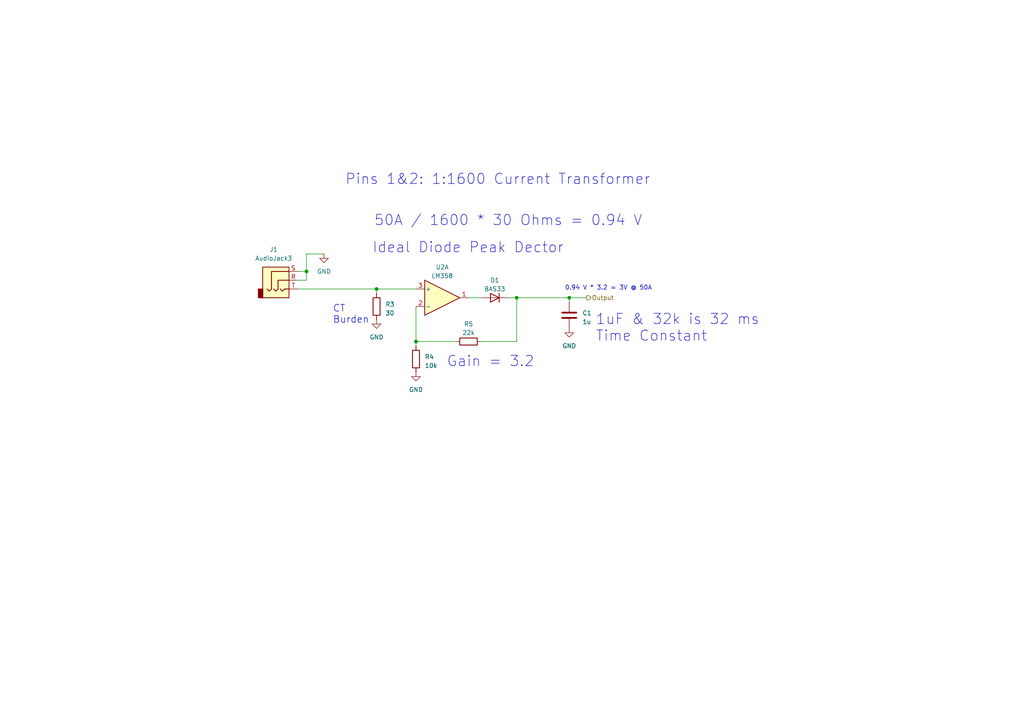
<source format=kicad_sch>
(kicad_sch (version 20250114) (generator "eeschema") (generator_version "9.0")
  (paper "A4")
  (lib_symbols
    (symbol "Amplifier_Operational:LM358" (pin_names (offset 0.127))
      (property "Reference" "U" (at 0 5.08 0))
      (property "Value" "LM358" (at 0 -5.08 0))
      (symbol "LM358_1_1"
        (polyline (pts (xy -5.08 5.08) (xy 5.08 0) (xy -5.08 -5.08) (xy -5.08 5.08)) (stroke (width 0.254)) (fill (type background)))
        (pin input line (at -7.62 2.54 0) (length 2.54) (name "+") (number "3"))
        (pin input line (at -7.62 -2.54 0) (length 2.54) (name "-") (number "2"))
        (pin output line (at 7.62 0 180) (length 2.54) (name "~") (number "1"))
      )
      (symbol "LM358_2_1"
        (polyline (pts (xy -5.08 5.08) (xy 5.08 0) (xy -5.08 -5.08) (xy -5.08 5.08)) (stroke (width 0.254)) (fill (type background)))
        (pin input line (at -7.62 2.54 0) (length 2.54) (name "+") (number "5"))
        (pin input line (at -7.62 -2.54 0) (length 2.54) (name "-") (number "6"))
        (pin output line (at 7.62 0 180) (length 2.54) (name "~") (number "7"))
      )
      (symbol "LM358_3_1"
        (pin power_in line (at -2.54 7.62 270) (length 3.81) (name "V+") (number "8"))
        (pin power_in line (at -2.54 -7.62 90) (length 3.81) (name "V-") (number "4"))
      )
    )
    (symbol "Connector_Audio:AudioJack3"
      (property "Reference" "J" (at 0 8.89 0))
      (property "Value" "AudioJack3" (at 0 6.35 0))
      (symbol "AudioJack3_0_1"
        (rectangle (start -5.08 -5.08) (end -6.35 -2.54) (stroke (width 0.254)) (fill (type outline)))
        (polyline (pts (xy -1.905 -2.54) (xy -1.27 -3.175) (xy -0.635 -2.54) (xy -0.635 0) (xy 2.54 0)) (stroke (width 0.254)))
        (polyline (pts (xy 0 -2.54) (xy 0.635 -3.175) (xy 1.27 -2.54) (xy 2.54 -2.54)) (stroke (width 0.254)))
        (rectangle (start 2.54 3.81) (end -5.08 -5.08) (stroke (width 0.254)) (fill (type background)))
        (polyline (pts (xy 2.54 2.54) (xy -2.54 2.54) (xy -2.54 -2.54) (xy -3.175 -3.175) (xy -3.81 -2.54)) (stroke (width 0.254)))
      )
      (symbol "AudioJack3_1_1"
        (pin passive line (at 5.08 2.54 180) (length 2.54) (name "~") (number "S"))
        (pin passive line (at 5.08 0 180) (length 2.54) (name "~") (number "R"))
        (pin passive line (at 5.08 -2.54 180) (length 2.54) (name "~") (number "T"))
      )
    )
    (symbol "Device:C" (pin_numbers (hide yes)) (pin_names (offset 0.254))
      (property "Reference" "C" (at 0.635 2.54 0))
      (property "Value" "C" (at 0.635 -2.54 0))
      (symbol "C_0_1"
        (polyline (pts (xy -2.032 0.762) (xy 2.032 0.762)) (stroke (width 0.508)))
        (polyline (pts (xy -2.032 -0.762) (xy 2.032 -0.762)) (stroke (width 0.508)))
      )
      (symbol "C_1_1"
        (pin passive line (at 0 3.81 270) (length 2.794) (name "~") (number "1"))
        (pin passive line (at 0 -3.81 90) (length 2.794) (name "~") (number "2"))
      )
    )
    (symbol "Device:R" (pin_numbers (hide yes)) (pin_names (offset 0))
      (property "Reference" "R" (at 2.032 0 90))
      (property "Value" "R" (at 0 0 90))
      (symbol "R_0_1"
        (rectangle (start -1.016 -2.54) (end 1.016 2.54) (stroke (width 0.254)))
      )
      (symbol "R_1_1"
        (pin passive line (at 0 3.81 270) (length 1.27) (name "~") (number "1"))
        (pin passive line (at 0 -3.81 90) (length 1.27) (name "~") (number "2"))
      )
    )
    (symbol "Diode:BAV17" (pin_numbers (hide yes)) (pin_names (hide yes))
      (property "Reference" "D" (at 0 2.54 0))
      (property "Value" "BAV17" (at 0 -2.54 0))
      (symbol "BAV17_0_1"
        (polyline (pts (xy -1.27 1.27) (xy -1.27 -1.27)) (stroke (width 0.254)))
        (polyline (pts (xy 1.27 1.27) (xy 1.27 -1.27) (xy -1.27 0) (xy 1.27 1.27)) (stroke (width 0.254)))
        (polyline (pts (xy 1.27 0) (xy -1.27 0)))
      )
      (symbol "BAV17_1_1"
        (pin passive line (at -3.81 0 0) (length 2.54) (name "K") (number "1"))
        (pin passive line (at 3.81 0 180) (length 2.54) (name "A") (number "2"))
      )
    )
    (symbol "GND_1" (power) (pin_numbers (hide yes)) (pin_names (offset 0) (hide yes))
      (property "Value" "GND" (at 0 -3.81 0))
      (symbol "GND_1_0_1"
        (polyline (pts (xy 0 0) (xy 0 -1.27) (xy 1.27 -1.27) (xy 0 -2.54) (xy -1.27 -1.27) (xy 0 -1.27)))
      )
      (symbol "GND_1_1_1"
        (pin power_in line (at 0 0 270) (length 0) (name "~") (number "1"))
      )
    )
    (symbol "power:GND" (power) (pin_names (offset 0))
      (property "Value" "GND" (at 0 -3.81 0))
      (symbol "GND_0_1"
        (polyline (pts (xy 0 0) (xy 0 -1.27) (xy 1.27 -1.27) (xy 0 -2.54) (xy -1.27 -1.27) (xy 0 -1.27)))
      )
      (symbol "GND_1_1"
        (pin power_in line (at 0 0 270) (length 0) (hide yes) (name "GND") (number "1"))
      )
    )
  )
  (text "0.94 V * 3.2 = 3V @ 50A\n\n" (at 163.83 86.36 0) (effects (font (size 1.27 1.27)) (justify left bottom)))
  (text "Gain = 3.2" (at 129.54 106.68 0) (effects (font (size 3 3)) (justify left bottom)))
  (text "Ideal Diode Peak Dector\n" (at 107.95 73.66 0) (effects (font (size 3 3)) (justify left bottom)))
  (text "CT\nBurden" (at 96.52 93.98 0) (effects (font (size 2 2)) (justify left bottom)))
  (text "1uF & 32k is 32 ms\nTime Constant\n\n" (at 172.72 104.14 0) (effects (font (size 3 3)) (justify left bottom)))
  (text "50A / 1600 * 30 Ohms = 0.94 V\n" (at 108.458 65.786 0) (effects (font (size 3 3)) (justify left bottom)))
  (text "Pins 1&2: 1:1600 Current Transformer" (at 100.076 53.848 0) (effects (font (size 3 3)) (justify left bottom)))
  (junction (at 165.1 86.36))
  (junction (at 120.65 99.06))
  (junction (at 88.9 78.74))
  (junction (at 109.22 83.82))
  (junction (at 149.86 86.36))
  (wire (pts (xy 147.32 86.36) (xy 149.86 86.36)))
  (wire (pts (xy 149.86 86.36) (xy 165.1 86.36)))
  (wire (pts (xy 88.9 78.74) (xy 86.36 78.74)))
  (wire (pts (xy 93.98 73.66) (xy 88.9 73.66)))
  (wire (pts (xy 165.1 86.36) (xy 165.1 87.63)))
  (wire (pts (xy 139.7 99.06) (xy 149.86 99.06)))
  (wire (pts (xy 120.65 99.06) (xy 120.65 100.33)))
  (wire (pts (xy 165.1 86.36) (xy 170.18 86.36)))
  (wire (pts (xy 109.22 83.82) (xy 109.22 85.09)))
  (wire (pts (xy 135.89 86.36) (xy 139.7 86.36)))
  (wire (pts (xy 109.22 83.82) (xy 120.65 83.82)))
  (wire (pts (xy 86.36 83.82) (xy 109.22 83.82)))
  (wire (pts (xy 120.65 88.9) (xy 120.65 99.06)))
  (wire (pts (xy 149.86 99.06) (xy 149.86 86.36)))
  (wire (pts (xy 120.65 99.06) (xy 132.08 99.06)))
  (wire (pts (xy 86.36 81.28) (xy 88.9 81.28)))
  (wire (pts (xy 88.9 81.28) (xy 88.9 78.74)))
  (wire (pts (xy 88.9 73.66) (xy 88.9 78.74)))
  (hierarchical_label "Output" (shape output) (at 170.18 86.36 0))
  (symbol (lib_id "power:GND") (at 165.1 95.25 0) (unit 1)
    (property "Reference" "#PWR010" (effects (hide yes)))
    (property "Value" "GND" (at 165.1 100.33 0))
    (instances (project "PCB" (path "" (reference "#PWR010") (unit 1)) (path "" (reference "#PWR022") (unit 1))))
  )
  (symbol (lib_id "Device:C") (at 165.1 91.44 0) (unit 1)
    (property "Reference" "C1" (at 168.91 90.805 0) (effects (justify left)))
    (property "Value" "1u" (at 168.91 93.345 0) (effects (justify left)))
    (property "Footprint" "Capacitor_SMD:C_0805_2012Metric_Pad1.18x1.45mm_HandSolder" (effects (hide yes)))
    (instances (project "PCB" (path "" (reference "C1") (unit 1)) (path "" (reference "C4") (unit 1))))
  )
  (symbol (lib_id "power:GND") (at 109.22 92.71 0) (unit 1)
    (property "Reference" "#PWR08" (effects (hide yes)))
    (property "Value" "GND" (at 109.22 97.79 0))
    (instances (project "PCB" (path "" (reference "#PWR08") (unit 1)) (path "" (reference "#PWR020") (unit 1))))
  )
  (symbol (lib_id "power:GND") (at 120.65 107.95 0) (unit 1)
    (property "Reference" "#PWR09" (effects (hide yes)))
    (property "Value" "GND" (at 120.65 113.03 0))
    (instances (project "PCB" (path "" (reference "#PWR09") (unit 1)) (path "" (reference "#PWR021") (unit 1))))
  )
  (symbol (lib_name "GND_1") (lib_id "power:GND") (at 93.98 73.66 0) (unit 1)
    (property "Reference" "#PWR013" (effects (hide yes)))
    (property "Value" "GND" (at 93.98 78.74 0))
    (property "Description" "Power symbol creates a global label with name \"GND\" , ground" (effects (hide yes)))
    (instances (project "PCB" (path "" (reference "#PWR013") (unit 1)) (path "" (reference "#PWR014") (unit 1))))
  )
  (symbol (lib_id "Device:R") (at 109.22 88.9 0) (unit 1)
    (property "Reference" "R3" (at 111.76 88.265 0) (effects (justify left)))
    (property "Value" "30" (at 111.76 90.805 0) (effects (justify left)))
    (property "Footprint" "Resistor_SMD:R_0805_2012Metric_Pad1.20x1.40mm_HandSolder" (effects (hide yes)))
    (instances (project "PCB" (path "" (reference "R3") (unit 1)) (path "" (reference "R1") (unit 1))))
  )
  (symbol (lib_id "Device:R") (at 135.89 99.06 90) (unit 1)
    (property "Reference" "R5" (at 135.89 93.98 90))
    (property "Value" "22k" (at 135.89 96.52 90))
    (property "Footprint" "Resistor_SMD:R_0805_2012Metric_Pad1.20x1.40mm_HandSolder" (effects (hide yes)))
    (instances (project "PCB" (path "" (reference "R5") (unit 1)) (path "" (reference "R6") (unit 1))))
  )
  (symbol (lib_id "Device:R") (at 120.65 104.14 0) (unit 1)
    (property "Reference" "R4" (at 123.19 103.505 0) (effects (justify left)))
    (property "Value" "10k" (at 123.19 106.045 0) (effects (justify left)))
    (property "Footprint" "Resistor_SMD:R_0805_2012Metric_Pad1.20x1.40mm_HandSolder" (effects (hide yes)))
    (instances (project "PCB" (path "" (reference "R4") (unit 1)) (path "" (reference "R2") (unit 1))))
  )
  (symbol (lib_id "Diode:BAV17") (at 143.51 86.36 180) (unit 1)
    (property "Reference" "D1" (at 143.51 81.28 0))
    (property "Value" "BAS33" (at 143.51 83.82 0))
    (property "Footprint" "Diode_THT:D_DO-35_SOD27_P7.62mm_Horizontal" (effects (hide yes)))
    (property "Sim.Device" "D" (effects (hide yes)))
    (property "Sim.Pins" "1=K 2=A" (effects (hide yes)))
    (instances (project "PCB" (path "" (reference "D1") (unit 1)) (path "" (reference "D2") (unit 1))))
  )
  (symbol (lib_id "Connector_Audio:AudioJack3") (at 81.28 81.28 0) (unit 1)
    (property "Reference" "J1" (at 79.375 72.39 0))
    (property "Value" "AudioJack3" (at 79.375 74.93 0))
    (property "Footprint" "Connector_Audio:Jack_3.5mm_CUI_SJ1-3533NG_Horizontal" (effects (hide yes)))
    (property "Description" "Audio Jack, 3 Poles (Stereo / TRS)" (effects (hide yes)))
    (instances (project "PCB" (path "" (reference "J1") (unit 1)) (path "" (reference "J2") (unit 1))))
  )
  (symbol (lib_id "Amplifier_Operational:LM358") (at 128.27 86.36 0) (unit 1)
    (property "Reference" "U2" (at 128.27 77.47 0))
    (property "Value" "LM358" (at 128.27 80.01 0))
    (property "Footprint" "Package_DIP:DIP-8_W10.16mm" (effects (hide yes)))
    (property "Datasheet" "http://www.ti.com/lit/ds/symlink/lm2904-n.pdf" (effects (hide yes)))
    (instances (project "PCB" (path "" (reference "U2") (unit 1)) (path "" (reference "U2") (unit 2))))
  )
)
</source>
